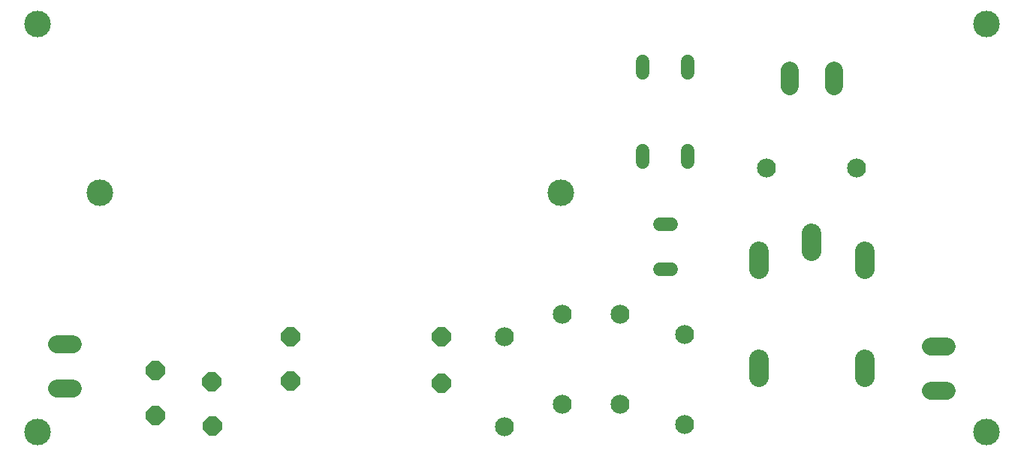
<source format=gts>
G75*
%MOIN*%
%OFA0B0*%
%FSLAX25Y25*%
%IPPOS*%
%LPD*%
%AMOC8*
5,1,8,0,0,1.08239X$1,22.5*
%
%ADD10C,0.11824*%
%ADD11C,0.06000*%
%ADD12C,0.08400*%
%ADD13C,0.08600*%
%ADD14C,0.07850*%
%ADD15OC8,0.08400*%
D10*
X0050469Y0009130D03*
X0078028Y0115429D03*
X0050469Y0190232D03*
X0282753Y0115429D03*
X0471729Y0190232D03*
X0471729Y0009130D03*
D11*
X0331770Y0081256D02*
X0326570Y0081256D01*
X0326570Y0101256D02*
X0331770Y0101256D01*
X0339170Y0128971D02*
X0339170Y0134171D01*
X0319170Y0134171D02*
X0319170Y0128971D01*
X0319170Y0168656D02*
X0319170Y0173856D01*
X0339170Y0173856D02*
X0339170Y0168656D01*
D12*
X0374170Y0126256D03*
X0414170Y0126256D03*
X0309170Y0061256D03*
X0283540Y0061256D03*
X0257792Y0051256D03*
X0283540Y0021256D03*
X0309170Y0021256D03*
X0337674Y0012319D03*
X0257792Y0011256D03*
X0337674Y0052319D03*
D13*
X0370670Y0041341D02*
X0370670Y0033541D01*
X0417670Y0033541D02*
X0417670Y0041341D01*
X0417670Y0081541D02*
X0417670Y0089341D01*
X0394170Y0089541D02*
X0394170Y0097341D01*
X0370670Y0089341D02*
X0370670Y0081541D01*
D14*
X0446905Y0047043D02*
X0453955Y0047043D01*
X0453955Y0027358D02*
X0446905Y0027358D01*
X0404012Y0162731D02*
X0404012Y0169781D01*
X0384327Y0169781D02*
X0384327Y0162731D01*
X0066120Y0048224D02*
X0059070Y0048224D01*
X0059070Y0028539D02*
X0066120Y0028539D01*
D15*
X0102595Y0036256D03*
X0127595Y0031256D03*
X0102595Y0016256D03*
X0127910Y0011571D03*
X0162674Y0031768D03*
X0162674Y0051453D03*
X0229603Y0051453D03*
X0229603Y0030783D03*
M02*

</source>
